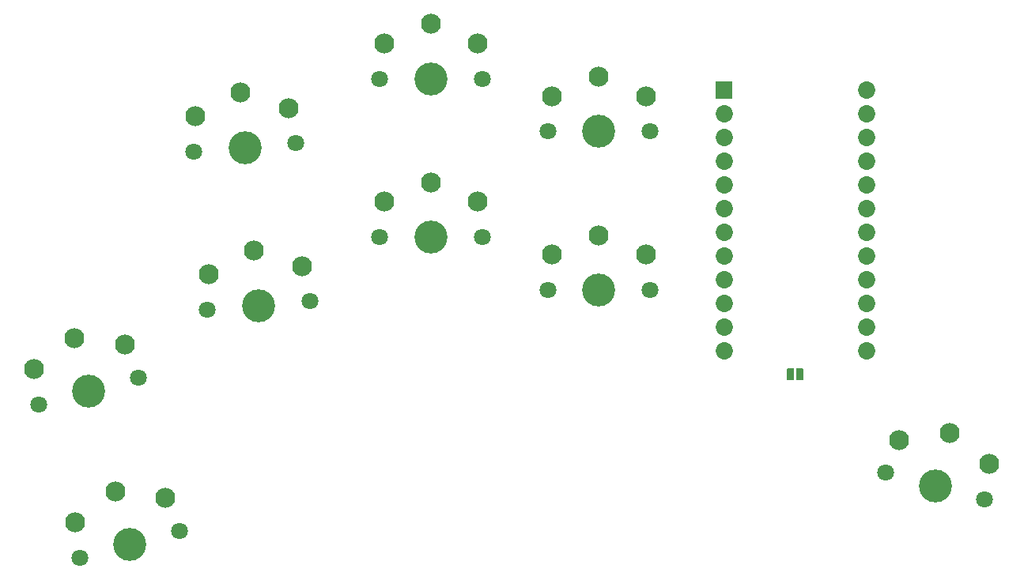
<source format=gbr>
%TF.GenerationSoftware,KiCad,Pcbnew,(5.1.9)-1*%
%TF.CreationDate,2021-06-26T19:41:31+02:00*%
%TF.ProjectId,idiosepius_thailandicus_choc,6964696f-7365-4706-9975-735f74686169,VERSION_HERE*%
%TF.SameCoordinates,Original*%
%TF.FileFunction,Soldermask,Bot*%
%TF.FilePolarity,Negative*%
%FSLAX46Y46*%
G04 Gerber Fmt 4.6, Leading zero omitted, Abs format (unit mm)*
G04 Created by KiCad (PCBNEW (5.1.9)-1) date 2021-06-26 19:41:31*
%MOMM*%
%LPD*%
G01*
G04 APERTURE LIST*
%ADD10C,3.529000*%
%ADD11C,1.801800*%
%ADD12C,2.132000*%
%ADD13C,1.852600*%
G04 APERTURE END LIST*
D10*
%TO.C,S1*%
X13600076Y-579261D03*
D11*
X18912668Y844244D03*
X8287484Y-2002766D03*
D12*
X17446193Y4385352D03*
X12073044Y5119701D03*
X7786934Y1797162D03*
X12073044Y5119701D03*
%TD*%
D10*
%TO.C,S2*%
X9200153Y15841478D03*
D11*
X14512745Y17264983D03*
X3887561Y14417973D03*
D12*
X13046270Y20806091D03*
X7673121Y21540440D03*
X3387011Y18217901D03*
X7673121Y21540440D03*
%TD*%
D10*
%TO.C,S3*%
X27408918Y25032821D03*
D11*
X32887989Y25512178D03*
X21929847Y24553464D03*
D12*
X32058700Y29254140D03*
X26894699Y30910370D03*
X22096753Y28382582D03*
X26894699Y30910370D03*
%TD*%
D10*
%TO.C,S4*%
X25927270Y41968131D03*
D11*
X31406341Y42447488D03*
X20448199Y41488774D03*
D12*
X30577052Y46189450D03*
X25413051Y47845680D03*
X20615105Y45317892D03*
X25413051Y47845680D03*
%TD*%
D10*
%TO.C,S5*%
X45842735Y32333883D03*
D11*
X51342735Y32333883D03*
X40342735Y32333883D03*
D12*
X50842735Y36133883D03*
X45842735Y38233883D03*
X40842735Y36133883D03*
X45842735Y38233883D03*
%TD*%
D10*
%TO.C,S6*%
X45842735Y49333883D03*
D11*
X51342735Y49333883D03*
X40342735Y49333883D03*
D12*
X50842735Y53133883D03*
X45842735Y55233883D03*
X40842735Y53133883D03*
X45842735Y55233883D03*
%TD*%
D10*
%TO.C,S7*%
X63842735Y26667217D03*
D11*
X69342735Y26667217D03*
X58342735Y26667217D03*
D12*
X68842735Y30467217D03*
X63842735Y32567217D03*
X58842735Y30467217D03*
X63842735Y32567217D03*
%TD*%
D10*
%TO.C,S8*%
X63842735Y43667217D03*
D11*
X69342735Y43667217D03*
X58342735Y43667217D03*
D12*
X68842735Y47467217D03*
X63842735Y49567217D03*
X58842735Y47467217D03*
X63842735Y49567217D03*
%TD*%
D10*
%TO.C,S9*%
X99842735Y5667217D03*
D11*
X105155327Y4243712D03*
X94530143Y7090722D03*
D12*
X105655877Y8043640D03*
X101369767Y11366179D03*
X95996618Y10631830D03*
X101369767Y11366179D03*
%TD*%
%TO.C,C1*%
G36*
G01*
X76346435Y49063517D02*
X78099035Y49063517D01*
G75*
G02*
X78149035Y49013517I0J-50000D01*
G01*
X78149035Y47260917D01*
G75*
G02*
X78099035Y47210917I-50000J0D01*
G01*
X76346435Y47210917D01*
G75*
G02*
X76296435Y47260917I0J50000D01*
G01*
X76296435Y49013517D01*
G75*
G02*
X76346435Y49063517I50000J0D01*
G01*
G37*
D13*
X77222735Y45597217D03*
X77222735Y43057217D03*
X77222735Y40517217D03*
X77222735Y37977217D03*
X77222735Y35437217D03*
X77222735Y32897217D03*
X77222735Y30357217D03*
X77222735Y27817217D03*
X77222735Y25277217D03*
X77222735Y22737217D03*
X77222735Y20197217D03*
X92462735Y48137217D03*
X92462735Y45597217D03*
X92462735Y43057217D03*
X92462735Y40517217D03*
X92462735Y37977217D03*
X92462735Y35437217D03*
X92462735Y32897217D03*
X92462735Y30357217D03*
X92462735Y27817217D03*
X92462735Y25277217D03*
X92462735Y22737217D03*
X92462735Y20197217D03*
%TD*%
%TO.C,J2*%
G36*
G01*
X83974855Y17095717D02*
X83974855Y18238717D01*
G75*
G02*
X84024855Y18288717I50000J0D01*
G01*
X84659855Y18288717D01*
G75*
G02*
X84709855Y18238717I0J-50000D01*
G01*
X84709855Y17095717D01*
G75*
G02*
X84659855Y17045717I-50000J0D01*
G01*
X84024855Y17045717D01*
G75*
G02*
X83974855Y17095717I0J50000D01*
G01*
G37*
G36*
G01*
X84975615Y17095717D02*
X84975615Y18238717D01*
G75*
G02*
X85025615Y18288717I50000J0D01*
G01*
X85660615Y18288717D01*
G75*
G02*
X85710615Y18238717I0J-50000D01*
G01*
X85710615Y17095717D01*
G75*
G02*
X85660615Y17045717I-50000J0D01*
G01*
X85025615Y17045717D01*
G75*
G02*
X84975615Y17095717I0J50000D01*
G01*
G37*
%TD*%
M02*

</source>
